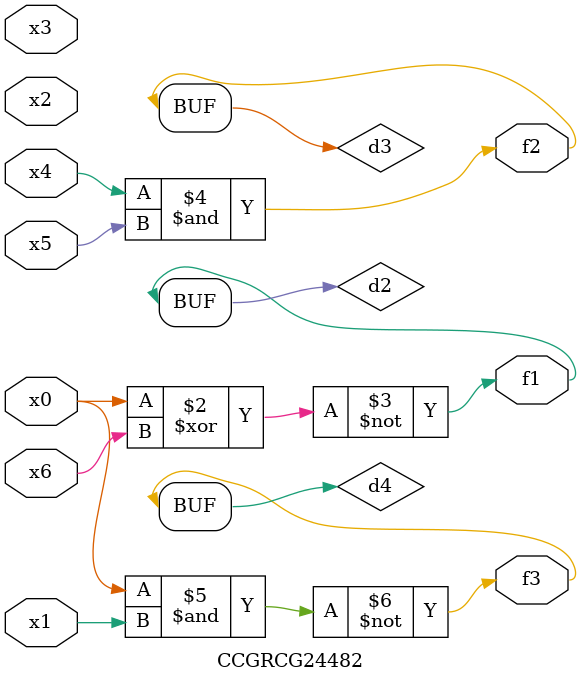
<source format=v>
module CCGRCG24482(
	input x0, x1, x2, x3, x4, x5, x6,
	output f1, f2, f3
);

	wire d1, d2, d3, d4;

	nor (d1, x0);
	xnor (d2, x0, x6);
	and (d3, x4, x5);
	nand (d4, x0, x1);
	assign f1 = d2;
	assign f2 = d3;
	assign f3 = d4;
endmodule

</source>
